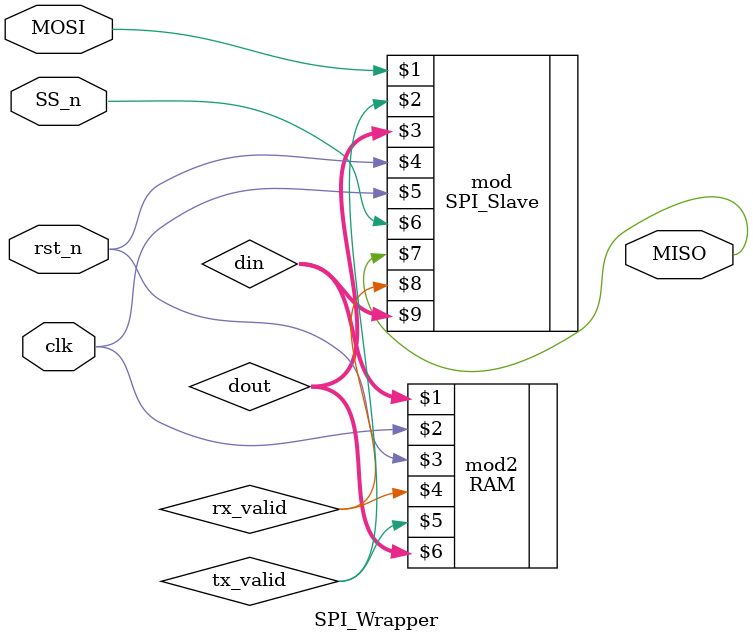
<source format=v>
module SPI_Wrapper(MOSI,MISO,SS_n,rst_n,clk);
input MOSI,SS_n,clk,rst_n;
output MISO;
wire tx_valid,rx_valid;
wire [9:0] din;
wire [7:0] dout;
SPI_Slave mod(MOSI,tx_valid,dout,rst_n,clk,SS_n,MISO,rx_valid,din);
RAM  mod2(din,clk,rst_n,rx_valid,tx_valid,dout);
endmodule

</source>
